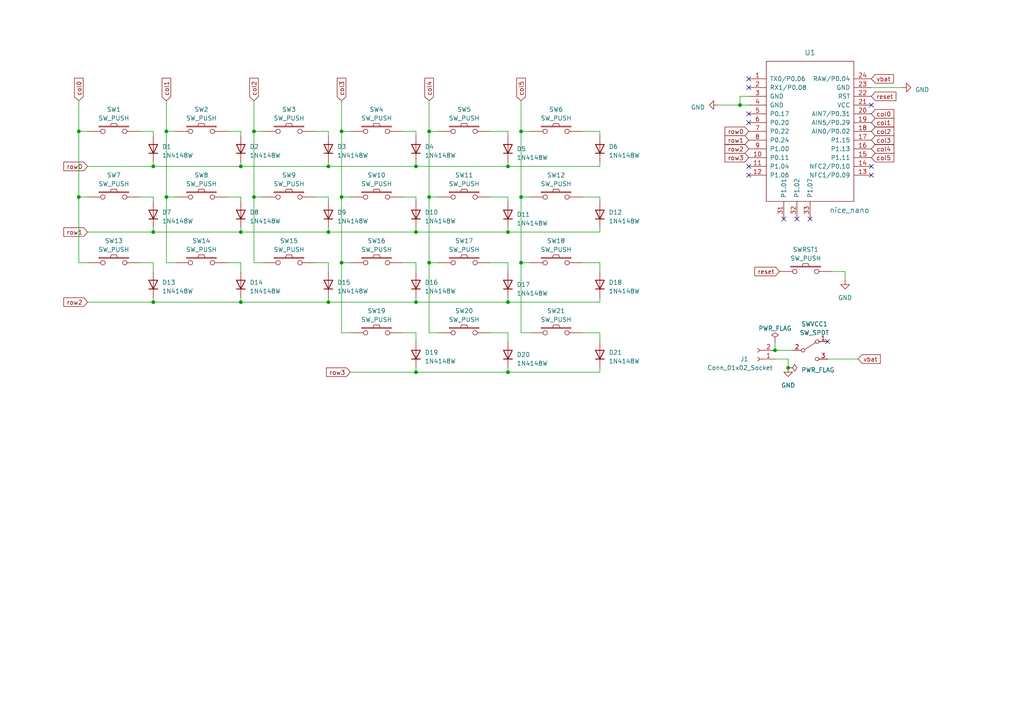
<source format=kicad_sch>
(kicad_sch (version 20230121) (generator eeschema)
  (paper "A4")
  (title_block (title "Corne alike keyboard") (date "2023-05-28") (rev "v1.1") (comment 2 "https://github.com/rastasheep/corne-alike-kbd") (comment 3 "License: MIT (https://github.com/rastasheep/corne-alike-kbd/blob/main/LICENSE.md)") (comment 4 "Author: Aleksandar Diklic - @rastasheep"))
  (lib_symbols
    (symbol "Connector:Conn_01x02_Socket" (pin_names (offset 1.016) hide)
      (property "Reference" "J" (at 0 2.54 0))
      (property "Value" "Conn_01x02_Socket" (at 0 -5.08 0))
      (symbol "Conn_01x02_Socket_1_1"
        (arc (start 0 -2.032) (mid -0.5058 -2.54) (end 0 -3.048) (stroke (width 0.1524)))
        (polyline (pts (xy -1.27 -2.54) (xy -0.508 -2.54)) (stroke (width 0.1524)))
        (polyline (pts (xy -1.27 0) (xy -0.508 0)) (stroke (width 0.1524)))
        (arc (start 0 0.508) (mid -0.5058 0) (end 0 -0.508) (stroke (width 0.1524)))
        (pin passive line (at -5.08 0 0) (length 3.81) (name "Pin_1") (number "1"))
        (pin passive line (at -5.08 -2.54 0) (length 3.81) (name "Pin_2") (number "2"))
      )
    )
    (symbol "corne-alike:1N4148W" (pin_numbers hide) (pin_names hide)
      (property "Reference" "D" (at 0 2.54 0))
      (property "Value" "1N4148W" (at 0 -2.54 0))
      (symbol "1N4148W_0_1"
        (polyline (pts (xy -1.27 1.27) (xy -1.27 -1.27)) (stroke (width 0.254)))
        (polyline (pts (xy 1.27 0) (xy -1.27 0)))
        (polyline (pts (xy 1.27 1.27) (xy 1.27 -1.27) (xy -1.27 0) (xy 1.27 1.27)) (stroke (width 0.254)))
      )
      (symbol "1N4148W_1_1"
        (pin passive line (at -3.81 0 0) (length 2.54) (name "K") (number "1"))
        (pin passive line (at 3.81 0 180) (length 2.54) (name "A") (number "2"))
      )
    )
    (symbol "corne-alike:SW_PUSH" (pin_numbers hide) (pin_names (offset 1.016) hide)
      (property "Reference" "SW" (at 3.81 2.794 0))
      (property "Value" "SW_PUSH" (at 0 -2.032 0))
      (symbol "SW_PUSH_0_1"
        (rectangle (start -4.318 1.27) (end 4.318 1.524))
        (polyline (pts (xy -1.016 1.524) (xy -0.762 2.286) (xy 0.762 2.286) (xy 1.016 1.524)))
        (pin passive inverted (at -7.62 0 0) (length 5.08) (name "1") (number "1"))
        (pin passive inverted (at 7.62 0 180) (length 5.08) (name "2") (number "2"))
      )
    )
    (symbol "corne-alike:SW_SPDT" (pin_names (offset 0) hide)
      (property "Reference" "SW" (at 0 4.318 0))
      (property "Value" "SW_SPDT" (at 0 -5.08 0))
      (symbol "SW_SPDT_0_0"
        (circle (center -2.032 0) (radius 0.508))
        (circle (center 2.032 -2.54) (radius 0.508))
      )
      (symbol "SW_SPDT_0_1"
        (polyline (pts (xy -1.524 0.254) (xy 1.651 2.286)))
        (circle (center 2.032 2.54) (radius 0.508))
      )
      (symbol "SW_SPDT_1_1"
        (pin passive line (at 5.08 2.54 180) (length 2.54) (name "A") (number "1"))
        (pin passive line (at -5.08 0 0) (length 2.54) (name "B") (number "2"))
        (pin passive line (at 5.08 -2.54 180) (length 2.54) (name "C") (number "3"))
      )
    )
    (symbol "corne-alike:nice_nano" (pin_names (offset 1.016))
      (property "Reference" "U" (at -11.43 20.32 0))
      (property "Value" "nice_nano" (at 8.89 -22.86 0))
      (symbol "nice_nano_0_1"
        (rectangle (start -12.7 -21.59) (end 12.7 19.05))
      )
      (symbol "nice_nano_1_1"
        (pin bidirectional line (at -17.78 13.97 0) (length 5.08) (name "TX0/P0.06") (number "1"))
        (pin bidirectional line (at -17.78 -8.89 0) (length 5.08) (name "P0.11") (number "10"))
        (pin bidirectional line (at -17.78 -11.43 0) (length 5.08) (name "P1.04") (number "11"))
        (pin bidirectional line (at -17.78 -13.97 0) (length 5.08) (name "P1.06") (number "12"))
        (pin bidirectional line (at 17.78 -13.97 180) (length 5.08) (name "NFC1/P0.09") (number "13"))
        (pin bidirectional line (at 17.78 -11.43 180) (length 5.08) (name "NFC2/P0.10") (number "14"))
        (pin bidirectional line (at 17.78 -8.89 180) (length 5.08) (name "P1.11") (number "15"))
        (pin bidirectional line (at 17.78 -6.35 180) (length 5.08) (name "P1.13") (number "16"))
        (pin bidirectional line (at 17.78 -3.81 180) (length 5.08) (name "P1.15") (number "17"))
        (pin bidirectional line (at 17.78 -1.27 180) (length 5.08) (name "AIN0/P0.02") (number "18"))
        (pin bidirectional line (at 17.78 1.27 180) (length 5.08) (name "AIN5/P0.29") (number "19"))
        (pin bidirectional line (at -17.78 11.43 0) (length 5.08) (name "RX1/P0.08") (number "2"))
        (pin bidirectional line (at 17.78 3.81 180) (length 5.08) (name "AIN7/P0.31") (number "20"))
        (pin power_in line (at 17.78 6.35 180) (length 5.08) (name "VCC") (number "21"))
        (pin input line (at 17.78 8.89 180) (length 5.08) (name "RST") (number "22"))
        (pin power_in line (at 17.78 11.43 180) (length 5.08) (name "GND") (number "23"))
        (pin power_out line (at 17.78 13.97 180) (length 5.08) (name "RAW/P0.04") (number "24"))
        (pin power_in line (at -17.78 8.89 0) (length 5.08) (name "GND") (number "3"))
        (pin bidirectional line (at -7.62 -26.67 90) (length 5.08) (name "P1.01") (number "31"))
        (pin bidirectional line (at -3.81 -26.67 90) (length 5.08) (name "P1.02") (number "32"))
        (pin bidirectional line (at 0 -26.67 90) (length 5.08) (name "P1.07") (number "33"))
        (pin power_in line (at -17.78 6.35 0) (length 5.08) (name "GND") (number "4"))
        (pin bidirectional line (at -17.78 3.81 0) (length 5.08) (name "P0.17") (number "5"))
        (pin bidirectional line (at -17.78 1.27 0) (length 5.08) (name "P0.20") (number "6"))
        (pin bidirectional line (at -17.78 -1.27 0) (length 5.08) (name "P0.22") (number "7"))
        (pin bidirectional line (at -17.78 -3.81 0) (length 5.08) (name "P0.24") (number "8"))
        (pin bidirectional line (at -17.78 -6.35 0) (length 5.08) (name "P1.00") (number "9"))
      )
    )
    (symbol "power:GND" (power) (pin_names (offset 0))
      (property "Value" "GND" (at 0 -3.81 0))
      (symbol "GND_0_1"
        (polyline (pts (xy 0 0) (xy 0 -1.27) (xy 1.27 -1.27) (xy 0 -2.54) (xy -1.27 -1.27) (xy 0 -1.27)))
      )
      (symbol "GND_1_1"
        (pin power_in line (at 0 0 270) (length 0) hide (name "GND") (number "1"))
      )
    )
    (symbol "power:PWR_FLAG" (power) (pin_numbers hide) (pin_names (offset 0) hide)
      (property "Value" "PWR_FLAG" (at 0 3.81 0))
      (symbol "PWR_FLAG_0_0"
        (pin power_out line (at 0 0 90) (length 0) (name "pwr") (number "1"))
      )
      (symbol "PWR_FLAG_0_1"
        (polyline (pts (xy 0 0) (xy 0 1.27) (xy -1.016 1.905) (xy 0 2.54) (xy 1.016 1.905) (xy 0 1.27)))
      )
    )
  )
  (junction (at 120.65 48.26))
  (junction (at 44.45 87.63))
  (junction (at 120.65 67.31))
  (junction (at 69.85 48.26))
  (junction (at 151.13 76.2))
  (junction (at 124.46 38.1))
  (junction (at 95.25 87.63))
  (junction (at 73.66 38.1))
  (junction (at 124.46 76.2))
  (junction (at 22.86 57.15))
  (junction (at 147.32 48.26))
  (junction (at 69.85 67.31))
  (junction (at 147.32 67.31))
  (junction (at 73.66 57.15))
  (junction (at 120.65 107.95))
  (junction (at 224.79 101.6))
  (junction (at 95.25 48.26))
  (junction (at 124.46 57.15))
  (junction (at 48.26 57.15))
  (junction (at 44.45 48.26))
  (junction (at 147.32 87.63))
  (junction (at 99.06 38.1))
  (junction (at 99.06 76.2))
  (junction (at 44.45 67.31))
  (junction (at 99.06 57.15))
  (junction (at 228.6 106.68))
  (junction (at 95.25 67.31))
  (junction (at 48.26 38.1))
  (junction (at 69.85 87.63))
  (junction (at 120.65 87.63))
  (junction (at 151.13 57.15))
  (junction (at 147.32 107.95))
  (junction (at 214.63 30.48))
  (junction (at 151.13 38.1))
  (junction (at 22.86 38.1))
  (no_connect (at 252.73 48.26))
  (no_connect (at 217.17 48.26))
  (no_connect (at 217.17 50.8))
  (no_connect (at 217.17 33.02))
  (no_connect (at 252.73 50.8))
  (no_connect (at 227.33 63.5))
  (no_connect (at 217.17 25.4))
  (no_connect (at 217.17 22.86))
  (no_connect (at 252.73 30.48))
  (no_connect (at 217.17 35.56))
  (no_connect (at 240.03 99.06))
  (no_connect (at 234.95 63.5))
  (no_connect (at 231.14 63.5))
  (wire (pts (xy 208.28 30.48) (xy 214.63 30.48)))
  (wire (pts (xy 25.4 67.31) (xy 44.45 67.31)))
  (wire (pts (xy 44.45 76.2) (xy 44.45 78.74)))
  (wire (pts (xy 48.26 76.2) (xy 50.8 76.2)))
  (wire (pts (xy 48.26 38.1) (xy 50.8 38.1)))
  (wire (pts (xy 48.26 38.1) (xy 48.26 57.15)))
  (wire (pts (xy 151.13 76.2) (xy 153.67 76.2)))
  (wire (pts (xy 173.99 96.52) (xy 173.99 99.06)))
  (wire (pts (xy 124.46 76.2) (xy 127 76.2)))
  (wire (pts (xy 173.99 86.36) (xy 173.99 87.63)))
  (wire (pts (xy 120.65 86.36) (xy 120.65 87.63)))
  (wire (pts (xy 69.85 38.1) (xy 69.85 39.37)))
  (wire (pts (xy 168.91 96.52) (xy 173.99 96.52)))
  (wire (pts (xy 151.13 96.52) (xy 153.67 96.52)))
  (wire (pts (xy 99.06 38.1) (xy 99.06 57.15)))
  (wire (pts (xy 48.26 57.15) (xy 50.8 57.15)))
  (wire (pts (xy 95.25 86.36) (xy 95.25 87.63)))
  (wire (pts (xy 224.79 101.6) (xy 229.87 101.6)))
  (wire (pts (xy 69.85 46.99) (xy 69.85 48.26)))
  (wire (pts (xy 40.64 38.1) (xy 44.45 38.1)))
  (wire (pts (xy 120.65 87.63) (xy 147.32 87.63)))
  (wire (pts (xy 245.11 81.28) (xy 245.11 78.74)))
  (wire (pts (xy 69.85 48.26) (xy 95.25 48.26)))
  (wire (pts (xy 228.6 106.68) (xy 228.6 104.14)))
  (wire (pts (xy 25.4 87.63) (xy 44.45 87.63)))
  (wire (pts (xy 44.45 67.31) (xy 44.45 66.04)))
  (wire (pts (xy 95.25 57.15) (xy 91.44 57.15)))
  (wire (pts (xy 173.99 38.1) (xy 173.99 39.37)))
  (wire (pts (xy 147.32 76.2) (xy 147.32 78.74)))
  (wire (pts (xy 224.79 99.06) (xy 224.79 101.6)))
  (wire (pts (xy 252.73 25.4) (xy 261.62 25.4)))
  (wire (pts (xy 120.65 58.42) (xy 120.65 57.15)))
  (wire (pts (xy 73.66 38.1) (xy 76.2 38.1)))
  (wire (pts (xy 120.65 107.95) (xy 147.32 107.95)))
  (wire (pts (xy 173.99 76.2) (xy 173.99 78.74)))
  (wire (pts (xy 95.25 38.1) (xy 95.25 39.37)))
  (wire (pts (xy 147.32 48.26) (xy 173.99 48.26)))
  (wire (pts (xy 91.44 38.1) (xy 95.25 38.1)))
  (wire (pts (xy 228.6 104.14) (xy 224.79 104.14)))
  (wire (pts (xy 142.24 96.52) (xy 147.32 96.52)))
  (wire (pts (xy 168.91 38.1) (xy 173.99 38.1)))
  (wire (pts (xy 124.46 29.21) (xy 124.46 38.1)))
  (wire (pts (xy 214.63 30.48) (xy 217.17 30.48)))
  (wire (pts (xy 95.25 46.99) (xy 95.25 48.26)))
  (wire (pts (xy 95.25 48.26) (xy 120.65 48.26)))
  (wire (pts (xy 240.03 104.14) (xy 248.92 104.14)))
  (wire (pts (xy 168.91 57.15) (xy 173.99 57.15)))
  (wire (pts (xy 173.99 66.04) (xy 173.99 67.31)))
  (wire (pts (xy 44.45 86.36) (xy 44.45 87.63)))
  (wire (pts (xy 44.45 87.63) (xy 69.85 87.63)))
  (wire (pts (xy 40.64 57.15) (xy 44.45 57.15)))
  (wire (pts (xy 120.65 57.15) (xy 116.84 57.15)))
  (wire (pts (xy 124.46 96.52) (xy 127 96.52)))
  (wire (pts (xy 44.45 48.26) (xy 69.85 48.26)))
  (wire (pts (xy 69.85 87.63) (xy 95.25 87.63)))
  (wire (pts (xy 120.65 67.31) (xy 147.32 67.31)))
  (wire (pts (xy 73.66 29.21) (xy 73.66 38.1)))
  (wire (pts (xy 73.66 76.2) (xy 76.2 76.2)))
  (wire (pts (xy 151.13 38.1) (xy 153.67 38.1)))
  (wire (pts (xy 147.32 57.15) (xy 147.32 58.42)))
  (wire (pts (xy 44.45 57.15) (xy 44.45 58.42)))
  (wire (pts (xy 147.32 46.99) (xy 147.32 48.26)))
  (wire (pts (xy 44.45 67.31) (xy 69.85 67.31)))
  (wire (pts (xy 69.85 57.15) (xy 69.85 58.42)))
  (wire (pts (xy 245.11 78.74) (xy 241.3 78.74)))
  (wire (pts (xy 25.4 38.1) (xy 22.86 38.1)))
  (wire (pts (xy 147.32 96.52) (xy 147.32 99.06)))
  (wire (pts (xy 95.25 78.74) (xy 95.25 76.2)))
  (wire (pts (xy 40.64 76.2) (xy 44.45 76.2)))
  (wire (pts (xy 73.66 57.15) (xy 73.66 76.2)))
  (wire (pts (xy 116.84 96.52) (xy 120.65 96.52)))
  (wire (pts (xy 147.32 87.63) (xy 173.99 87.63)))
  (wire (pts (xy 120.65 48.26) (xy 147.32 48.26)))
  (wire (pts (xy 22.86 38.1) (xy 22.86 57.15)))
  (wire (pts (xy 173.99 106.68) (xy 173.99 107.95)))
  (wire (pts (xy 120.65 46.99) (xy 120.65 48.26)))
  (wire (pts (xy 151.13 29.21) (xy 151.13 38.1)))
  (wire (pts (xy 95.25 67.31) (xy 120.65 67.31)))
  (wire (pts (xy 151.13 38.1) (xy 151.13 57.15)))
  (wire (pts (xy 22.86 29.21) (xy 22.86 38.1)))
  (wire (pts (xy 116.84 76.2) (xy 120.65 76.2)))
  (wire (pts (xy 124.46 57.15) (xy 127 57.15)))
  (wire (pts (xy 147.32 107.95) (xy 173.99 107.95)))
  (wire (pts (xy 99.06 57.15) (xy 99.06 76.2)))
  (wire (pts (xy 120.65 106.68) (xy 120.65 107.95)))
  (wire (pts (xy 22.86 57.15) (xy 25.4 57.15)))
  (wire (pts (xy 69.85 76.2) (xy 69.85 78.74)))
  (wire (pts (xy 22.86 57.15) (xy 22.86 76.2)))
  (wire (pts (xy 44.45 46.99) (xy 44.45 48.26)))
  (wire (pts (xy 95.25 87.63) (xy 120.65 87.63)))
  (wire (pts (xy 99.06 57.15) (xy 101.6 57.15)))
  (wire (pts (xy 69.85 86.36) (xy 69.85 87.63)))
  (wire (pts (xy 142.24 38.1) (xy 147.32 38.1)))
  (wire (pts (xy 124.46 38.1) (xy 124.46 57.15)))
  (wire (pts (xy 173.99 48.26) (xy 173.99 46.99)))
  (wire (pts (xy 147.32 86.36) (xy 147.32 87.63)))
  (wire (pts (xy 116.84 38.1) (xy 120.65 38.1)))
  (wire (pts (xy 120.65 38.1) (xy 120.65 39.37)))
  (wire (pts (xy 66.04 76.2) (xy 69.85 76.2)))
  (wire (pts (xy 147.32 106.68) (xy 147.32 107.95)))
  (wire (pts (xy 99.06 76.2) (xy 99.06 96.52)))
  (wire (pts (xy 214.63 27.94) (xy 214.63 30.48)))
  (wire (pts (xy 120.65 66.04) (xy 120.65 67.31)))
  (wire (pts (xy 44.45 38.1) (xy 44.45 39.37)))
  (wire (pts (xy 124.46 38.1) (xy 127 38.1)))
  (wire (pts (xy 120.65 96.52) (xy 120.65 99.06)))
  (wire (pts (xy 151.13 57.15) (xy 153.67 57.15)))
  (wire (pts (xy 91.44 76.2) (xy 95.25 76.2)))
  (wire (pts (xy 147.32 67.31) (xy 173.99 67.31)))
  (wire (pts (xy 48.26 57.15) (xy 48.26 76.2)))
  (wire (pts (xy 147.32 38.1) (xy 147.32 39.37)))
  (wire (pts (xy 101.6 107.95) (xy 120.65 107.95)))
  (wire (pts (xy 66.04 57.15) (xy 69.85 57.15)))
  (wire (pts (xy 99.06 76.2) (xy 101.6 76.2)))
  (wire (pts (xy 142.24 76.2) (xy 147.32 76.2)))
  (wire (pts (xy 73.66 38.1) (xy 73.66 57.15)))
  (wire (pts (xy 95.25 66.04) (xy 95.25 67.31)))
  (wire (pts (xy 22.86 76.2) (xy 25.4 76.2)))
  (wire (pts (xy 124.46 76.2) (xy 124.46 96.52)))
  (wire (pts (xy 173.99 57.15) (xy 173.99 58.42)))
  (wire (pts (xy 217.17 27.94) (xy 214.63 27.94)))
  (wire (pts (xy 147.32 66.04) (xy 147.32 67.31)))
  (wire (pts (xy 124.46 57.15) (xy 124.46 76.2)))
  (wire (pts (xy 73.66 57.15) (xy 76.2 57.15)))
  (wire (pts (xy 120.65 76.2) (xy 120.65 78.74)))
  (wire (pts (xy 168.91 76.2) (xy 173.99 76.2)))
  (wire (pts (xy 95.25 58.42) (xy 95.25 57.15)))
  (wire (pts (xy 25.4 48.26) (xy 44.45 48.26)))
  (wire (pts (xy 99.06 29.21) (xy 99.06 38.1)))
  (wire (pts (xy 151.13 57.15) (xy 151.13 76.2)))
  (wire (pts (xy 142.24 57.15) (xy 147.32 57.15)))
  (wire (pts (xy 151.13 76.2) (xy 151.13 96.52)))
  (wire (pts (xy 69.85 67.31) (xy 95.25 67.31)))
  (wire (pts (xy 99.06 96.52) (xy 101.6 96.52)))
  (wire (pts (xy 69.85 67.31) (xy 69.85 66.04)))
  (wire (pts (xy 99.06 38.1) (xy 101.6 38.1)))
  (wire (pts (xy 48.26 29.21) (xy 48.26 38.1)))
  (wire (pts (xy 66.04 38.1) (xy 69.85 38.1)))
  (global_label "vbat" (shape input) (at 248.92 104.14 0) (property "Intersheetrefs" "${INTERSHEET_REFS}" (effects hide)))
  (global_label "col1" (shape input) (at 48.26 29.21 90) (property "Intersheetrefs" "${INTERSHEET_REFS}" (effects hide)))
  (global_label "col3" (shape input) (at 99.06 29.21 90) (property "Intersheetrefs" "${INTERSHEET_REFS}" (effects hide)))
  (global_label "col4" (shape input) (at 252.73 43.18 0) (property "Intersheetrefs" "${INTERSHEET_REFS}" (effects hide)))
  (global_label "row3" (shape input) (at 101.6 107.95 180) (property "Intersheetrefs" "${INTERSHEET_REFS}" (effects hide)))
  (global_label "col1" (shape input) (at 252.73 35.56 0) (property "Intersheetrefs" "${INTERSHEET_REFS}" (effects hide)))
  (global_label "row1" (shape input) (at 217.17 40.64 180) (property "Intersheetrefs" "${INTERSHEET_REFS}" (effects hide)))
  (global_label "row3" (shape input) (at 217.17 45.72 180) (property "Intersheetrefs" "${INTERSHEET_REFS}" (effects hide)))
  (global_label "row2" (shape input) (at 217.17 43.18 180) (property "Intersheetrefs" "${INTERSHEET_REFS}" (effects hide)))
  (global_label "reset" (shape input) (at 252.73 27.94 0) (property "Intersheetrefs" "${INTERSHEET_REFS}" (effects hide)))
  (global_label "row0" (shape input) (at 25.4 48.26 180) (property "Intersheetrefs" "${INTERSHEET_REFS}" (effects hide)))
  (global_label "col2" (shape input) (at 73.66 29.21 90) (property "Intersheetrefs" "${INTERSHEET_REFS}" (effects hide)))
  (global_label "row1" (shape input) (at 25.4 67.31 180) (property "Intersheetrefs" "${INTERSHEET_REFS}" (effects hide)))
  (global_label "row2" (shape input) (at 25.4 87.63 180) (property "Intersheetrefs" "${INTERSHEET_REFS}" (effects hide)))
  (global_label "vbat" (shape input) (at 252.73 22.86 0) (property "Intersheetrefs" "${INTERSHEET_REFS}" (effects hide)))
  (global_label "col5" (shape input) (at 151.13 29.21 90) (property "Intersheetrefs" "${INTERSHEET_REFS}" (effects hide)))
  (global_label "col5" (shape input) (at 252.73 45.72 0) (property "Intersheetrefs" "${INTERSHEET_REFS}" (effects hide)))
  (global_label "col0" (shape input) (at 22.86 29.21 90) (property "Intersheetrefs" "${INTERSHEET_REFS}" (effects hide)))
  (global_label "row0" (shape input) (at 217.17 38.1 180) (property "Intersheetrefs" "${INTERSHEET_REFS}" (effects hide)))
  (global_label "col0" (shape input) (at 252.73 33.02 0) (property "Intersheetrefs" "${INTERSHEET_REFS}" (effects hide)))
  (global_label "col2" (shape input) (at 252.73 38.1 0) (property "Intersheetrefs" "${INTERSHEET_REFS}" (effects hide)))
  (global_label "reset" (shape input) (at 226.06 78.74 180) (property "Intersheetrefs" "${INTERSHEET_REFS}" (effects hide)))
  (global_label "col4" (shape input) (at 124.46 29.21 90) (property "Intersheetrefs" "${INTERSHEET_REFS}" (effects hide)))
  (global_label "col3" (shape input) (at 252.73 40.64 0) (property "Intersheetrefs" "${INTERSHEET_REFS}" (effects hide)))
  (symbol (lib_id "power:GND") (at 228.6 106.68 0) (unit 1)
    (property "Reference" "#PWR03" (effects hide))
    (property "Value" "GND" (at 228.6 111.76 0))
  )
  (symbol (lib_id "corne-alike:SW_PUSH") (at 161.29 96.52 0) (unit 1)
    (property "Reference" "SW21" (at 161.29 90.17 0))
    (property "Value" "SW_PUSH" (at 161.29 92.71 0))
    (property "Footprint" "corne-alike:Kailh_PG1350" (effects hide))
  )
  (symbol (lib_id "corne-alike:SW_PUSH") (at 58.42 76.2 0) (unit 1)
    (property "Reference" "SW14" (at 58.42 69.85 0))
    (property "Value" "SW_PUSH" (at 58.42 72.39 0))
    (property "Footprint" "corne-alike:Kailh_PG1350" (effects hide))
  )
  (symbol (lib_id "corne-alike:1N4148W") (at 44.45 43.18 90) (unit 1)
    (property "Reference" "D1" (at 46.99 42.545 90) (effects (justify right)))
    (property "Value" "1N4148W" (at 46.99 45.085 90) (effects (justify right)))
    (property "Footprint" "corne-alike:D_SOD-123" (effects hide))
    (property "Datasheet" "https://www.vishay.com/docs/85748/1n4148w.pdf" (effects hide))
    (property "Sim.Device" "D" (effects hide))
    (property "Sim.Pins" "1=K 2=A" (effects hide))
  )
  (symbol (lib_id "power:GND") (at 208.28 30.48 270) (unit 1)
    (property "Reference" "#PWR04" (effects hide))
    (property "Value" "GND" (at 204.47 31.115 90) (effects (justify right)))
  )
  (symbol (lib_id "corne-alike:1N4148W") (at 120.65 62.23 90) (unit 1)
    (property "Reference" "D10" (at 123.19 61.595 90) (effects (justify right)))
    (property "Value" "1N4148W" (at 123.19 64.135 90) (effects (justify right)))
    (property "Footprint" "corne-alike:D_SOD-123" (effects hide))
    (property "Datasheet" "https://www.vishay.com/docs/85748/1n4148w.pdf" (effects hide))
    (property "Sim.Device" "D" (effects hide))
    (property "Sim.Pins" "1=K 2=A" (effects hide))
  )
  (symbol (lib_id "power:GND") (at 245.11 81.28 0) (unit 1)
    (property "Reference" "#PWR02" (effects hide))
    (property "Value" "GND" (at 245.11 86.36 0))
  )
  (symbol (lib_id "power:PWR_FLAG") (at 224.79 99.06 0) (unit 1)
    (property "Reference" "#FLG01" (effects hide))
    (property "Value" "PWR_FLAG" (at 224.79 95.25 0))
  )
  (symbol (lib_id "corne-alike:1N4148W") (at 173.99 62.23 90) (unit 1)
    (property "Reference" "D12" (at 176.53 61.595 90) (effects (justify right)))
    (property "Value" "1N4148W" (at 176.53 64.135 90) (effects (justify right)))
    (property "Footprint" "corne-alike:D_SOD-123" (effects hide))
    (property "Datasheet" "https://www.vishay.com/docs/85748/1n4148w.pdf" (effects hide))
    (property "Sim.Device" "D" (effects hide))
    (property "Sim.Pins" "1=K 2=A" (effects hide))
  )
  (symbol (lib_id "corne-alike:1N4148W") (at 95.25 43.18 90) (unit 1)
    (property "Reference" "D3" (at 97.79 42.545 90) (effects (justify right)))
    (property "Value" "1N4148W" (at 97.79 45.085 90) (effects (justify right)))
    (property "Footprint" "corne-alike:D_SOD-123" (effects hide))
    (property "Datasheet" "https://www.vishay.com/docs/85748/1n4148w.pdf" (effects hide))
    (property "Sim.Device" "D" (effects hide))
    (property "Sim.Pins" "1=K 2=A" (effects hide))
  )
  (symbol (lib_id "corne-alike:SW_PUSH") (at 58.42 38.1 0) (unit 1)
    (property "Reference" "SW2" (at 58.42 31.75 0))
    (property "Value" "SW_PUSH" (at 58.42 34.29 0))
    (property "Footprint" "corne-alike:Kailh_PG1350" (effects hide))
  )
  (symbol (lib_id "corne-alike:SW_PUSH") (at 161.29 57.15 0) (unit 1)
    (property "Reference" "SW12" (at 161.29 50.8 0))
    (property "Value" "SW_PUSH" (at 161.29 53.34 0))
    (property "Footprint" "corne-alike:Kailh_PG1350" (effects hide))
  )
  (symbol (lib_id "corne-alike:SW_PUSH") (at 134.62 96.52 0) (unit 1)
    (property "Reference" "SW20" (at 134.62 90.17 0))
    (property "Value" "SW_PUSH" (at 134.62 92.71 0))
    (property "Footprint" "corne-alike:Kailh_PG1350" (effects hide))
  )
  (symbol (lib_id "corne-alike:SW_SPDT") (at 234.95 101.6 0) (unit 1)
    (property "Reference" "SWVCC1" (at 236.22 93.98 0))
    (property "Value" "SW_SPDT" (at 236.22 96.52 0))
    (property "Footprint" "corne-alike:SW_EG1218" (effects hide))
  )
  (symbol (lib_id "power:GND") (at 261.62 25.4 90) (unit 1)
    (property "Reference" "#PWR01" (effects hide))
    (property "Value" "GND" (at 265.43 26.035 90) (effects (justify right)))
  )
  (symbol (lib_id "corne-alike:SW_PUSH") (at 58.42 57.15 0) (unit 1)
    (property "Reference" "SW8" (at 58.42 50.8 0))
    (property "Value" "SW_PUSH" (at 58.42 53.34 0))
    (property "Footprint" "corne-alike:Kailh_PG1350" (effects hide))
  )
  (symbol (lib_id "corne-alike:SW_PUSH") (at 161.29 76.2 0) (unit 1)
    (property "Reference" "SW18" (at 161.29 69.85 0))
    (property "Value" "SW_PUSH" (at 161.29 72.39 0))
    (property "Footprint" "corne-alike:Kailh_PG1350" (effects hide))
  )
  (symbol (lib_id "corne-alike:1N4148W") (at 69.85 43.18 90) (unit 1)
    (property "Reference" "D2" (at 72.39 42.545 90) (effects (justify right)))
    (property "Value" "1N4148W" (at 72.39 45.085 90) (effects (justify right)))
    (property "Footprint" "corne-alike:D_SOD-123" (effects hide))
    (property "Datasheet" "https://www.vishay.com/docs/85748/1n4148w.pdf" (effects hide))
    (property "Sim.Device" "D" (effects hide))
    (property "Sim.Pins" "1=K 2=A" (effects hide))
  )
  (symbol (lib_id "corne-alike:1N4148W") (at 69.85 82.55 90) (unit 1)
    (property "Reference" "D14" (at 72.39 81.915 90) (effects (justify right)))
    (property "Value" "1N4148W" (at 72.39 84.455 90) (effects (justify right)))
    (property "Footprint" "corne-alike:D_SOD-123" (effects hide))
    (property "Datasheet" "https://www.vishay.com/docs/85748/1n4148w.pdf" (effects hide))
    (property "Sim.Device" "D" (effects hide))
    (property "Sim.Pins" "1=K 2=A" (effects hide))
  )
  (symbol (lib_id "corne-alike:1N4148W") (at 120.65 102.87 90) (unit 1)
    (property "Reference" "D19" (at 123.19 102.235 90) (effects (justify right)))
    (property "Value" "1N4148W" (at 123.19 104.775 90) (effects (justify right)))
    (property "Footprint" "corne-alike:D_SOD-123" (effects hide))
    (property "Datasheet" "https://www.vishay.com/docs/85748/1n4148w.pdf" (effects hide))
    (property "Sim.Device" "D" (effects hide))
    (property "Sim.Pins" "1=K 2=A" (effects hide))
  )
  (symbol (lib_id "corne-alike:1N4148W") (at 147.32 43.18 90) (unit 1)
    (property "Reference" "D5" (at 149.86 43.18 90) (effects (justify right)))
    (property "Value" "1N4148W" (at 149.86 45.72 90) (effects (justify right)))
    (property "Footprint" "corne-alike:D_SOD-123" (effects hide))
    (property "Datasheet" "https://www.vishay.com/docs/85748/1n4148w.pdf" (effects hide))
    (property "Sim.Device" "D" (effects hide))
    (property "Sim.Pins" "1=K 2=A" (effects hide))
  )
  (symbol (lib_id "corne-alike:SW_PUSH") (at 83.82 76.2 0) (unit 1)
    (property "Reference" "SW15" (at 83.82 69.85 0))
    (property "Value" "SW_PUSH" (at 83.82 72.39 0))
    (property "Footprint" "corne-alike:Kailh_PG1350" (effects hide))
  )
  (symbol (lib_id "corne-alike:SW_PUSH") (at 161.29 38.1 0) (unit 1)
    (property "Reference" "SW6" (at 161.29 31.75 0))
    (property "Value" "SW_PUSH" (at 161.29 34.29 0))
    (property "Footprint" "corne-alike:Kailh_PG1350" (effects hide))
  )
  (symbol (lib_id "corne-alike:SW_PUSH") (at 83.82 57.15 0) (unit 1)
    (property "Reference" "SW9" (at 83.82 50.8 0))
    (property "Value" "SW_PUSH" (at 83.82 53.34 0))
    (property "Footprint" "corne-alike:Kailh_PG1350" (effects hide))
  )
  (symbol (lib_id "corne-alike:SW_PUSH") (at 109.22 57.15 0) (unit 1)
    (property "Reference" "SW10" (at 109.22 50.8 0))
    (property "Value" "SW_PUSH" (at 109.22 53.34 0))
    (property "Footprint" "corne-alike:Kailh_PG1350" (effects hide))
  )
  (symbol (lib_id "corne-alike:1N4148W") (at 120.65 82.55 90) (unit 1)
    (property "Reference" "D16" (at 123.19 81.915 90) (effects (justify right)))
    (property "Value" "1N4148W" (at 123.19 84.455 90) (effects (justify right)))
    (property "Footprint" "corne-alike:D_SOD-123" (effects hide))
    (property "Datasheet" "https://www.vishay.com/docs/85748/1n4148w.pdf" (effects hide))
    (property "Sim.Device" "D" (effects hide))
    (property "Sim.Pins" "1=K 2=A" (effects hide))
  )
  (symbol (lib_id "corne-alike:SW_PUSH") (at 134.62 38.1 0) (unit 1)
    (property "Reference" "SW5" (at 134.62 31.75 0))
    (property "Value" "SW_PUSH" (at 134.62 34.29 0))
    (property "Footprint" "corne-alike:Kailh_PG1350" (effects hide))
  )
  (symbol (lib_id "corne-alike:SW_PUSH") (at 233.68 78.74 0) (unit 1)
    (property "Reference" "SWRST1" (at 233.68 72.39 0))
    (property "Value" "SW_PUSH" (at 233.68 74.93 0))
    (property "Footprint" "corne-alike:SW_TVBP06" (effects hide))
  )
  (symbol (lib_id "corne-alike:SW_PUSH") (at 33.02 38.1 0) (unit 1)
    (property "Reference" "SW1" (at 33.02 31.75 0))
    (property "Value" "SW_PUSH" (at 33.02 34.29 0))
    (property "Footprint" "corne-alike:Kailh_PG1350" (effects hide))
  )
  (symbol (lib_id "corne-alike:SW_PUSH") (at 134.62 76.2 0) (unit 1)
    (property "Reference" "SW17" (at 134.62 69.85 0))
    (property "Value" "SW_PUSH" (at 134.62 72.39 0))
    (property "Footprint" "corne-alike:Kailh_PG1350" (effects hide))
  )
  (symbol (lib_id "corne-alike:1N4148W") (at 173.99 102.87 90) (unit 1)
    (property "Reference" "D21" (at 176.53 102.235 90) (effects (justify right)))
    (property "Value" "1N4148W" (at 176.53 104.775 90) (effects (justify right)))
    (property "Footprint" "corne-alike:D_SOD-123" (effects hide))
    (property "Datasheet" "https://www.vishay.com/docs/85748/1n4148w.pdf" (effects hide))
    (property "Sim.Device" "D" (effects hide))
    (property "Sim.Pins" "1=K 2=A" (effects hide))
  )
  (symbol (lib_id "corne-alike:1N4148W") (at 95.25 62.23 90) (unit 1)
    (property "Reference" "D9" (at 97.79 61.595 90) (effects (justify right)))
    (property "Value" "1N4148W" (at 97.79 64.135 90) (effects (justify right)))
    (property "Footprint" "corne-alike:D_SOD-123" (effects hide))
    (property "Datasheet" "https://www.vishay.com/docs/85748/1n4148w.pdf" (effects hide))
    (property "Sim.Device" "D" (effects hide))
    (property "Sim.Pins" "1=K 2=A" (effects hide))
  )
  (symbol (lib_id "corne-alike:SW_PUSH") (at 134.62 57.15 0) (unit 1)
    (property "Reference" "SW11" (at 134.62 50.8 0))
    (property "Value" "SW_PUSH" (at 134.62 53.34 0))
    (property "Footprint" "corne-alike:Kailh_PG1350" (effects hide))
  )
  (symbol (lib_id "power:PWR_FLAG") (at 228.6 106.68 270) (unit 1)
    (property "Reference" "#FLG02" (effects hide))
    (property "Value" "PWR_FLAG" (at 232.41 107.315 90) (effects (justify left)))
  )
  (symbol (lib_id "corne-alike:nice_nano") (at 234.95 36.83 0) (unit 1)
    (property "Reference" "U1" (at 234.95 15.24 0) (effects (font (size 1.524 1.524))))
    (property "Value" "nice_nano" (at 246.38 60.96 0) (effects (font (size 1.524 1.524))))
    (property "Footprint" "corne-alike:nice_nano" (effects hide))
  )
  (symbol (lib_id "corne-alike:1N4148W") (at 173.99 43.18 90) (unit 1)
    (property "Reference" "D6" (at 176.53 42.545 90) (effects (justify right)))
    (property "Value" "1N4148W" (at 176.53 45.085 90) (effects (justify right)))
    (property "Footprint" "corne-alike:D_SOD-123" (effects hide))
    (property "Datasheet" "https://www.vishay.com/docs/85748/1n4148w.pdf" (effects hide))
    (property "Sim.Device" "D" (effects hide))
    (property "Sim.Pins" "1=K 2=A" (effects hide))
  )
  (symbol (lib_id "Connector:Conn_01x02_Socket") (at 219.71 104.14 180) (unit 1)
    (property "Reference" "J1" (at 215.9 104.14 0))
    (property "Value" "Conn_01x02_Socket" (at 214.63 106.68 0))
    (property "Footprint" "corne-alike:JST_PH_S2B-PH-SM4-TB_1x02-1MP_P2.00mm_Horizontal" (effects hide))
  )
  (symbol (lib_id "corne-alike:SW_PUSH") (at 33.02 76.2 0) (unit 1)
    (property "Reference" "SW13" (at 33.02 69.85 0))
    (property "Value" "SW_PUSH" (at 33.02 72.39 0))
    (property "Footprint" "corne-alike:Kailh_PG1350" (effects hide))
  )
  (symbol (lib_id "corne-alike:1N4148W") (at 44.45 82.55 90) (unit 1)
    (property "Reference" "D13" (at 46.99 81.915 90) (effects (justify right)))
    (property "Value" "1N4148W" (at 46.99 84.455 90) (effects (justify right)))
    (property "Footprint" "corne-alike:D_SOD-123" (effects hide))
    (property "Datasheet" "https://www.vishay.com/docs/85748/1n4148w.pdf" (effects hide))
    (property "Sim.Device" "D" (effects hide))
    (property "Sim.Pins" "1=K 2=A" (effects hide))
  )
  (symbol (lib_id "corne-alike:SW_PUSH") (at 109.22 76.2 0) (unit 1)
    (property "Reference" "SW16" (at 109.22 69.85 0))
    (property "Value" "SW_PUSH" (at 109.22 72.39 0))
    (property "Footprint" "corne-alike:Kailh_PG1350" (effects hide))
  )
  (symbol (lib_id "corne-alike:1N4148W") (at 120.65 43.18 90) (unit 1)
    (property "Reference" "D4" (at 123.19 42.545 90) (effects (justify right)))
    (property "Value" "1N4148W" (at 123.19 45.085 90) (effects (justify right)))
    (property "Footprint" "corne-alike:D_SOD-123" (effects hide))
    (property "Datasheet" "https://www.vishay.com/docs/85748/1n4148w.pdf" (effects hide))
    (property "Sim.Device" "D" (effects hide))
    (property "Sim.Pins" "1=K 2=A" (effects hide))
  )
  (symbol (lib_id "corne-alike:SW_PUSH") (at 109.22 96.52 0) (unit 1)
    (property "Reference" "SW19" (at 109.22 90.17 0))
    (property "Value" "SW_PUSH" (at 109.22 92.71 0))
    (property "Footprint" "corne-alike:Kailh_PG1350" (effects hide))
  )
  (symbol (lib_id "corne-alike:SW_PUSH") (at 33.02 57.15 0) (unit 1)
    (property "Reference" "SW7" (at 33.02 50.8 0))
    (property "Value" "SW_PUSH" (at 33.02 53.34 0))
    (property "Footprint" "corne-alike:Kailh_PG1350" (effects hide))
  )
  (symbol (lib_id "corne-alike:SW_PUSH") (at 109.22 38.1 0) (unit 1)
    (property "Reference" "SW4" (at 109.22 31.75 0))
    (property "Value" "SW_PUSH" (at 109.22 34.29 0))
    (property "Footprint" "corne-alike:Kailh_PG1350" (effects hide))
  )
  (symbol (lib_id "corne-alike:SW_PUSH") (at 83.82 38.1 0) (unit 1)
    (property "Reference" "SW3" (at 83.82 31.75 0))
    (property "Value" "SW_PUSH" (at 83.82 34.29 0))
    (property "Footprint" "corne-alike:Kailh_PG1350" (effects hide))
  )
  (symbol (lib_id "corne-alike:1N4148W") (at 173.99 82.55 90) (unit 1)
    (property "Reference" "D18" (at 176.53 81.915 90) (effects (justify right)))
    (property "Value" "1N4148W" (at 176.53 84.455 90) (effects (justify right)))
    (property "Footprint" "corne-alike:D_SOD-123" (effects hide))
    (property "Datasheet" "https://www.vishay.com/docs/85748/1n4148w.pdf" (effects hide))
    (property "Sim.Device" "D" (effects hide))
    (property "Sim.Pins" "1=K 2=A" (effects hide))
  )
  (symbol (lib_id "corne-alike:1N4148W") (at 147.32 102.87 90) (unit 1)
    (property "Reference" "D20" (at 149.86 102.87 90) (effects (justify right)))
    (property "Value" "1N4148W" (at 149.86 105.41 90) (effects (justify right)))
    (property "Footprint" "corne-alike:D_SOD-123" (effects hide))
    (property "Datasheet" "https://www.vishay.com/docs/85748/1n4148w.pdf" (effects hide))
    (property "Sim.Device" "D" (effects hide))
    (property "Sim.Pins" "1=K 2=A" (effects hide))
  )
  (symbol (lib_id "corne-alike:1N4148W") (at 69.85 62.23 90) (unit 1)
    (property "Reference" "D8" (at 72.39 61.595 90) (effects (justify right)))
    (property "Value" "1N4148W" (at 72.39 64.135 90) (effects (justify right)))
    (property "Footprint" "corne-alike:D_SOD-123" (effects hide))
    (property "Datasheet" "https://www.vishay.com/docs/85748/1n4148w.pdf" (effects hide))
    (property "Sim.Device" "D" (effects hide))
    (property "Sim.Pins" "1=K 2=A" (effects hide))
  )
  (symbol (lib_id "corne-alike:1N4148W") (at 147.32 82.55 90) (unit 1)
    (property "Reference" "D17" (at 149.86 82.55 90) (effects (justify right)))
    (property "Value" "1N4148W" (at 149.86 85.09 90) (effects (justify right)))
    (property "Footprint" "corne-alike:D_SOD-123" (effects hide))
    (property "Datasheet" "https://www.vishay.com/docs/85748/1n4148w.pdf" (effects hide))
    (property "Sim.Device" "D" (effects hide))
    (property "Sim.Pins" "1=K 2=A" (effects hide))
  )
  (symbol (lib_id "corne-alike:1N4148W") (at 44.45 62.23 90) (unit 1)
    (property "Reference" "D7" (at 46.99 61.595 90) (effects (justify right)))
    (property "Value" "1N4148W" (at 46.99 64.135 90) (effects (justify right)))
    (property "Footprint" "corne-alike:D_SOD-123" (effects hide))
    (property "Datasheet" "https://www.vishay.com/docs/85748/1n4148w.pdf" (effects hide))
    (property "Sim.Device" "D" (effects hide))
    (property "Sim.Pins" "1=K 2=A" (effects hide))
  )
  (symbol (lib_id "corne-alike:1N4148W") (at 147.32 62.23 90) (unit 1)
    (property "Reference" "D11" (at 149.86 62.23 90) (effects (justify right)))
    (property "Value" "1N4148W" (at 149.86 64.77 90) (effects (justify right)))
    (property "Footprint" "corne-alike:D_SOD-123" (effects hide))
    (property "Datasheet" "https://www.vishay.com/docs/85748/1n4148w.pdf" (effects hide))
    (property "Sim.Device" "D" (effects hide))
    (property "Sim.Pins" "1=K 2=A" (effects hide))
  )
  (symbol (lib_id "corne-alike:1N4148W") (at 95.25 82.55 90) (unit 1)
    (property "Reference" "D15" (at 97.79 81.915 90) (effects (justify right)))
    (property "Value" "1N4148W" (at 97.79 84.455 90) (effects (justify right)))
    (property "Footprint" "corne-alike:D_SOD-123" (effects hide))
    (property "Datasheet" "https://www.vishay.com/docs/85748/1n4148w.pdf" (effects hide))
    (property "Sim.Device" "D" (effects hide))
    (property "Sim.Pins" "1=K 2=A" (effects hide))
  )
)
</source>
